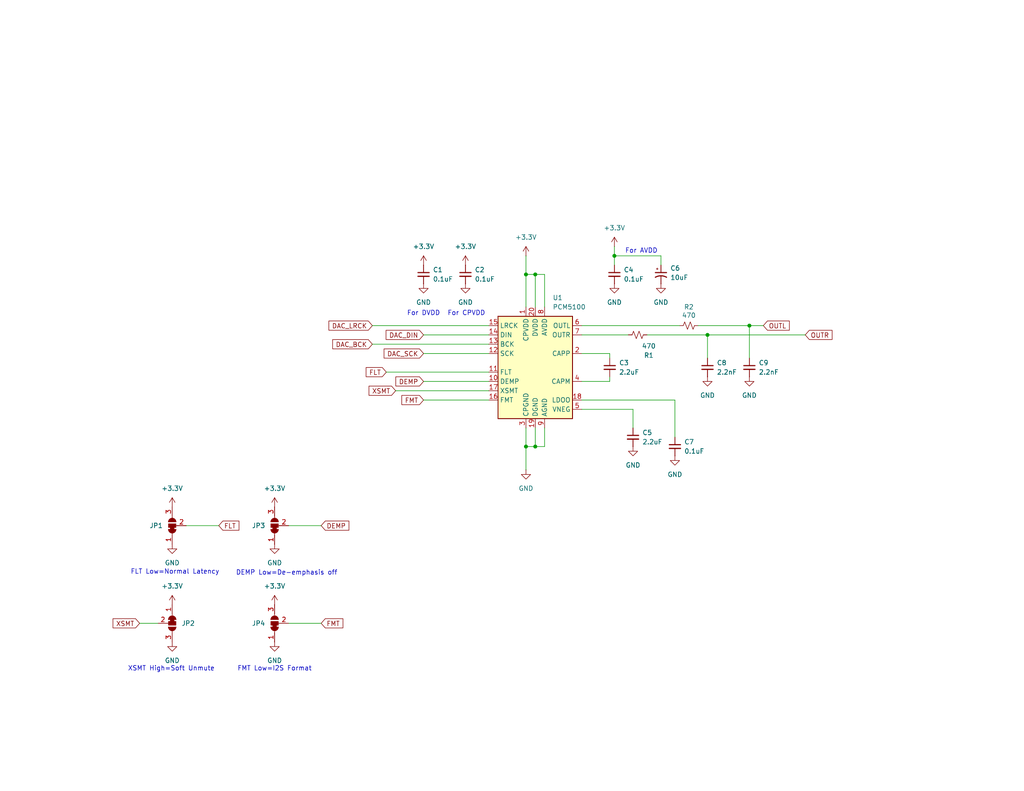
<source format=kicad_sch>
(kicad_sch (version 20231120) (generator "eeschema") (generator_version "8.0")
  (paper "USLetter")
  (title_block (title "Digital Audio Breakout Board") (date "2025-02-05") (rev "2") (company "Bruce MacKinnon KC1FSZ") (comment 1 "Copyright (C) 2025") (comment 2 "For amateur radio/non-commercial use only"))
  (lib_symbols
    (symbol "Audio:PCM5100"
      (property "Reference" "U" (at -10.16 13.97 0))
      (property "Value" "PCM5100" (at 3.81 13.97 0))
      (symbol "PCM5100_0_1"
        (rectangle (start -10.16 12.7) (end 10.16 -15.24) (stroke (width 0.254)) (fill (type background)))
      )
      (symbol "PCM5100_1_1"
        (pin passive line (at -2.54 15.24 270) (length 2.54) (name "CPVDD") (number "1"))
        (pin input line (at -12.7 -5.08 0) (length 2.54) (name "DEMP") (number "10"))
        (pin input line (at -12.7 -2.54 0) (length 2.54) (name "FLT") (number "11"))
        (pin input line (at -12.7 2.54 0) (length 2.54) (name "SCK") (number "12"))
        (pin input line (at -12.7 5.08 0) (length 2.54) (name "BCK") (number "13"))
        (pin input line (at -12.7 7.62 0) (length 2.54) (name "DIN") (number "14"))
        (pin input line (at -12.7 10.16 0) (length 2.54) (name "LRCK") (number "15"))
        (pin input line (at -12.7 -10.16 0) (length 2.54) (name "FMT") (number "16"))
        (pin input line (at -12.7 -7.62 0) (length 2.54) (name "XSMT") (number "17"))
        (pin passive line (at 12.7 -10.16 180) (length 2.54) (name "LDOO") (number "18"))
        (pin power_in line (at 0 -17.78 90) (length 2.54) (name "DGND") (number "19"))
        (pin passive line (at 12.7 2.54 180) (length 2.54) (name "CAPP") (number "2"))
        (pin power_in line (at 0 15.24 270) (length 2.54) (name "DVDD") (number "20"))
        (pin power_in line (at -2.54 -17.78 90) (length 2.54) (name "CPGND") (number "3"))
        (pin passive line (at 12.7 -5.08 180) (length 2.54) (name "CAPM") (number "4"))
        (pin passive line (at 12.7 -12.7 180) (length 2.54) (name "VNEG") (number "5"))
        (pin output line (at 12.7 10.16 180) (length 2.54) (name "OUTL") (number "6"))
        (pin output line (at 12.7 7.62 180) (length 2.54) (name "OUTR") (number "7"))
        (pin power_in line (at 2.54 15.24 270) (length 2.54) (name "AVDD") (number "8"))
        (pin power_in line (at 2.54 -17.78 90) (length 2.54) (name "AGND") (number "9"))
      )
    )
    (symbol "Device:C_Polarized_Small_US" (pin_numbers hide) (pin_names (offset 0.254) hide)
      (property "Reference" "C" (at 0.254 1.778 0))
      (property "Value" "C_Polarized_Small_US" (at 0.254 -2.032 0))
      (symbol "C_Polarized_Small_US_0_1"
        (polyline (pts (xy -1.524 0.508) (xy 1.524 0.508)) (stroke (width 0.3048)))
        (polyline (pts (xy -1.27 1.524) (xy -0.762 1.524)))
        (polyline (pts (xy -1.016 1.27) (xy -1.016 1.778)))
        (arc (start 1.524 -0.762) (mid 0 -0.3734) (end -1.524 -0.762) (stroke (width 0.3048)))
      )
      (symbol "C_Polarized_Small_US_1_1"
        (pin passive line (at 0 2.54 270) (length 2.032) (name "~") (number "1"))
        (pin passive line (at 0 -2.54 90) (length 2.032) (name "~") (number "2"))
      )
    )
    (symbol "Device:C_Small" (pin_numbers hide) (pin_names (offset 0.254) hide)
      (property "Reference" "C" (at 0.254 1.778 0))
      (property "Value" "C_Small" (at 0.254 -2.032 0))
      (symbol "C_Small_0_1"
        (polyline (pts (xy -1.524 -0.508) (xy 1.524 -0.508)) (stroke (width 0.3302)))
        (polyline (pts (xy -1.524 0.508) (xy 1.524 0.508)) (stroke (width 0.3048)))
      )
      (symbol "C_Small_1_1"
        (pin passive line (at 0 2.54 270) (length 2.032) (name "~") (number "1"))
        (pin passive line (at 0 -2.54 90) (length 2.032) (name "~") (number "2"))
      )
    )
    (symbol "Device:R_Small_US" (pin_numbers hide) (pin_names (offset 0.254) hide)
      (property "Reference" "R" (at 0.762 0.508 0))
      (property "Value" "R_Small_US" (at 0.762 -1.016 0))
      (symbol "R_Small_US_1_1"
        (polyline (pts (xy 0 0) (xy 1.016 -0.381) (xy 0 -0.762) (xy -1.016 -1.143) (xy 0 -1.524)))
        (polyline (pts (xy 0 1.524) (xy 1.016 1.143) (xy 0 0.762) (xy -1.016 0.381) (xy 0 0)))
        (pin passive line (at 0 2.54 270) (length 1.016) (name "~") (number "1"))
        (pin passive line (at 0 -2.54 90) (length 1.016) (name "~") (number "2"))
      )
    )
    (symbol "Jumper:SolderJumper_3_Bridged12" (pin_names (offset 0) hide) (exclude_from_sim yes) (in_bom no)
      (property "Reference" "JP" (at -2.54 -2.54 0))
      (property "Value" "SolderJumper_3_Bridged12" (at 0 2.794 0))
      (symbol "SolderJumper_3_Bridged12_0_1"
        (rectangle (start -1.016 0.508) (end -0.508 -0.508) (fill (type outline)))
        (arc (start -1.016 1.016) (mid -2.0276 0) (end -1.016 -1.016))
        (arc (start -1.016 1.016) (mid -2.0276 0) (end -1.016 -1.016) (fill (type outline)))
        (rectangle (start -0.508 1.016) (end 0.508 -1.016) (fill (type outline)))
        (polyline (pts (xy -2.54 0) (xy -2.032 0)))
        (polyline (pts (xy -1.016 1.016) (xy -1.016 -1.016)))
        (polyline (pts (xy 0 -1.27) (xy 0 -1.016)))
        (polyline (pts (xy 1.016 1.016) (xy 1.016 -1.016)))
        (polyline (pts (xy 2.54 0) (xy 2.032 0)))
        (arc (start 1.016 -1.016) (mid 2.0276 0) (end 1.016 1.016))
        (arc (start 1.016 -1.016) (mid 2.0276 0) (end 1.016 1.016) (fill (type outline)))
      )
      (symbol "SolderJumper_3_Bridged12_1_1"
        (pin passive line (at -5.08 0 0) (length 2.54) (name "A") (number "1"))
        (pin passive line (at 0 -3.81 90) (length 2.54) (name "C") (number "2"))
        (pin passive line (at 5.08 0 180) (length 2.54) (name "B") (number "3"))
      )
    )
    (symbol "power:+3.3V" (power) (pin_numbers hide) (pin_names (offset 0) hide)
      (property "Value" "+3.3V" (at 0 3.556 0))
      (symbol "+3.3V_0_1"
        (polyline (pts (xy -0.762 1.27) (xy 0 2.54)))
        (polyline (pts (xy 0 0) (xy 0 2.54)))
        (polyline (pts (xy 0 2.54) (xy 0.762 1.27)))
      )
      (symbol "+3.3V_1_1"
        (pin power_in line (at 0 0 90) (length 0) (name "~") (number "1"))
      )
    )
    (symbol "power:GND" (power) (pin_numbers hide) (pin_names (offset 0) hide)
      (property "Value" "GND" (at 0 -3.81 0))
      (symbol "GND_0_1"
        (polyline (pts (xy 0 0) (xy 0 -1.27) (xy 1.27 -1.27) (xy 0 -2.54) (xy -1.27 -1.27) (xy 0 -1.27)))
      )
      (symbol "GND_1_1"
        (pin power_in line (at 0 0 270) (length 0) (name "~") (number "1"))
      )
    )
  )
  (junction (at 143.51 121.92))
  (junction (at 204.47 88.9))
  (junction (at 146.05 74.93))
  (junction (at 146.05 121.92))
  (junction (at 167.64 69.85))
  (junction (at 143.51 74.93))
  (junction (at 193.04 91.44))
  (wire (pts (xy 204.47 88.9) (xy 208.28 88.9)))
  (wire (pts (xy 146.05 74.93) (xy 143.51 74.93)))
  (wire (pts (xy 193.04 91.44) (xy 219.71 91.44)))
  (wire (pts (xy 78.74 143.51) (xy 87.63 143.51)))
  (wire (pts (xy 158.75 88.9) (xy 185.42 88.9)))
  (wire (pts (xy 180.34 69.85) (xy 167.64 69.85)))
  (wire (pts (xy 115.57 96.52) (xy 133.35 96.52)))
  (wire (pts (xy 158.75 91.44) (xy 171.45 91.44)))
  (wire (pts (xy 115.57 91.44) (xy 133.35 91.44)))
  (wire (pts (xy 78.74 170.18) (xy 87.63 170.18)))
  (wire (pts (xy 143.51 69.85) (xy 143.51 74.93)))
  (wire (pts (xy 146.05 121.92) (xy 143.51 121.92)))
  (wire (pts (xy 115.57 109.22) (xy 133.35 109.22)))
  (wire (pts (xy 158.75 111.76) (xy 172.72 111.76)))
  (wire (pts (xy 184.15 109.22) (xy 184.15 119.38)))
  (wire (pts (xy 167.64 67.31) (xy 167.64 69.85)))
  (wire (pts (xy 146.05 83.82) (xy 146.05 74.93)))
  (wire (pts (xy 50.8 143.51) (xy 59.69 143.51)))
  (wire (pts (xy 148.59 121.92) (xy 146.05 121.92)))
  (wire (pts (xy 204.47 88.9) (xy 204.47 97.79)))
  (wire (pts (xy 172.72 111.76) (xy 172.72 116.84)))
  (wire (pts (xy 180.34 72.39) (xy 180.34 69.85)))
  (wire (pts (xy 143.51 121.92) (xy 143.51 128.27)))
  (wire (pts (xy 146.05 116.84) (xy 146.05 121.92)))
  (wire (pts (xy 143.51 74.93) (xy 143.51 83.82)))
  (wire (pts (xy 190.5 88.9) (xy 204.47 88.9)))
  (wire (pts (xy 158.75 109.22) (xy 184.15 109.22)))
  (wire (pts (xy 193.04 91.44) (xy 193.04 97.79)))
  (wire (pts (xy 167.64 69.85) (xy 167.64 72.39)))
  (wire (pts (xy 166.37 96.52) (xy 166.37 97.79)))
  (wire (pts (xy 107.95 106.68) (xy 133.35 106.68)))
  (wire (pts (xy 38.1 170.18) (xy 43.18 170.18)))
  (wire (pts (xy 143.51 116.84) (xy 143.51 121.92)))
  (wire (pts (xy 101.6 88.9) (xy 133.35 88.9)))
  (wire (pts (xy 158.75 104.14) (xy 166.37 104.14)))
  (wire (pts (xy 158.75 96.52) (xy 166.37 96.52)))
  (wire (pts (xy 148.59 83.82) (xy 148.59 74.93)))
  (wire (pts (xy 148.59 74.93) (xy 146.05 74.93)))
  (wire (pts (xy 105.41 101.6) (xy 133.35 101.6)))
  (wire (pts (xy 101.6 93.98) (xy 133.35 93.98)))
  (wire (pts (xy 115.57 104.14) (xy 133.35 104.14)))
  (wire (pts (xy 176.53 91.44) (xy 193.04 91.44)))
  (wire (pts (xy 148.59 116.84) (xy 148.59 121.92)))
  (wire (pts (xy 166.37 104.14) (xy 166.37 102.87)))
  (text "FLT Low=Normal Latency" (at 47.752 156.21 0) (effects (font (size 1.27 1.27))))
  (text "For CPVDD" (at 127.254 85.598 0) (effects (font (size 1.27 1.27))))
  (text "For DVDD" (at 115.57 85.598 0) (effects (font (size 1.27 1.27))))
  (text "DEMP Low=De-emphasis off" (at 78.232 156.464 0) (effects (font (size 1.27 1.27))))
  (text "XSMT High=Soft Unmute" (at 46.736 182.626 0) (effects (font (size 1.27 1.27))))
  (text "For AVDD" (at 175.006 68.58 0) (effects (font (size 1.27 1.27))))
  (text "FMT Low=I2S Format" (at 74.93 182.626 0) (effects (font (size 1.27 1.27))))
  (global_label "FMT" (shape input) (at 87.63 170.18 0) (property "Intersheetrefs" "${INTERSHEET_REFS}" (effects (hide yes))))
  (global_label "XSMT" (shape input) (at 38.1 170.18 180) (property "Intersheetrefs" "${INTERSHEET_REFS}" (effects (hide yes))))
  (global_label "OUTL" (shape input) (at 208.28 88.9 0) (property "Intersheetrefs" "${INTERSHEET_REFS}" (effects (hide yes))))
  (global_label "FLT" (shape input) (at 105.41 101.6 180) (property "Intersheetrefs" "${INTERSHEET_REFS}" (effects (hide yes))))
  (global_label "FLT" (shape input) (at 59.69 143.51 0) (property "Intersheetrefs" "${INTERSHEET_REFS}" (effects (hide yes))))
  (global_label "DEMP" (shape input) (at 115.57 104.14 180) (property "Intersheetrefs" "${INTERSHEET_REFS}" (effects (hide yes))))
  (global_label "DEMP" (shape input) (at 87.63 143.51 0) (property "Intersheetrefs" "${INTERSHEET_REFS}" (effects (hide yes))))
  (global_label "OUTR" (shape input) (at 219.71 91.44 0) (property "Intersheetrefs" "${INTERSHEET_REFS}" (effects (hide yes))))
  (global_label "FMT" (shape input) (at 115.57 109.22 180) (property "Intersheetrefs" "${INTERSHEET_REFS}" (effects (hide yes))))
  (global_label "DAC_DIN" (shape input) (at 115.57 91.44 180) (property "Intersheetrefs" "${INTERSHEET_REFS}" (effects (hide yes))))
  (global_label "XSMT" (shape input) (at 107.95 106.68 180) (property "Intersheetrefs" "${INTERSHEET_REFS}" (effects (hide yes))))
  (global_label "DAC_SCK" (shape input) (at 115.57 96.52 180) (property "Intersheetrefs" "${INTERSHEET_REFS}" (effects (hide yes))))
  (global_label "DAC_LRCK" (shape input) (at 101.6 88.9 180) (property "Intersheetrefs" "${INTERSHEET_REFS}" (effects (hide yes))))
  (global_label "DAC_BCK" (shape input) (at 101.6 93.98 180) (property "Intersheetrefs" "${INTERSHEET_REFS}" (effects (hide yes))))
  (symbol (lib_id "Device:R_Small_US") (at 187.96 88.9 270) (unit 1)
    (property "Reference" "R2" (at 187.96 83.82 90))
    (property "Value" "470" (at 187.96 86.106 90))
    (property "Footprint" "Resistor_SMD:R_0805_2012Metric_Pad1.20x1.40mm_HandSolder" (effects (hide yes)))
    (property "Description" "Resistor, small US symbol" (effects (hide yes)))
  )
  (symbol (lib_id "power:GND") (at 46.99 148.59 0) (unit 1)
    (property "Reference" "#PWR015" (effects (hide yes)))
    (property "Value" "GND" (at 46.99 153.67 0))
    (property "Description" "Power symbol creates a global label with name \"GND\" , ground" (effects (hide yes)))
  )
  (symbol (lib_id "Device:C_Small") (at 204.47 100.33 0) (unit 1)
    (property "Reference" "C9" (at 207.01 99.0662 0) (effects (justify left)))
    (property "Value" "2.2nF" (at 207.01 101.6062 0) (effects (justify left)))
    (property "Footprint" "Capacitor_SMD:C_0805_2012Metric_Pad1.18x1.45mm_HandSolder" (effects (hide yes)))
    (property "Description" "Unpolarized capacitor, small symbol" (effects (hide yes)))
  )
  (symbol (lib_id "power:GND") (at 74.93 148.59 0) (unit 1)
    (property "Reference" "#PWR019" (effects (hide yes)))
    (property "Value" "GND" (at 74.93 153.67 0))
    (property "Description" "Power symbol creates a global label with name \"GND\" , ground" (effects (hide yes)))
  )
  (symbol (lib_id "power:GND") (at 204.47 102.87 0) (unit 1)
    (property "Reference" "#PWR023" (effects (hide yes)))
    (property "Value" "GND" (at 204.47 107.95 0))
    (property "Description" "Power symbol creates a global label with name \"GND\" , ground" (effects (hide yes)))
  )
  (symbol (lib_id "Jumper:SolderJumper_3_Bridged12") (at 46.99 170.18 270) (unit 1) (exclude_from_sim yes) (in_bom no)
    (property "Reference" "JP2" (at 49.53 170.1799 90) (effects (justify left)))
    (property "Value" "SolderJumper_3_Bridged12" (effects (hide yes)))
    (property "Footprint" "Jumper:SolderJumper-3_P1.3mm_Bridged12_Pad1.0x1.5mm" (effects (hide yes)))
    (property "Description" "3-pole Solder Jumper, pins 1+2 closed/bridged" (effects (hide yes)))
  )
  (symbol (lib_id "Device:C_Small") (at 184.15 121.92 0) (unit 1)
    (property "Reference" "C7" (at 186.69 120.6562 0) (effects (justify left)))
    (property "Value" "0.1uF" (at 186.69 123.1962 0) (effects (justify left)))
    (property "Footprint" "Capacitor_SMD:C_0805_2012Metric_Pad1.18x1.45mm_HandSolder" (effects (hide yes)))
    (property "Description" "Unpolarized capacitor, small symbol" (effects (hide yes)))
  )
  (symbol (lib_id "Jumper:SolderJumper_3_Bridged12") (at 46.99 143.51 90) (unit 1) (exclude_from_sim yes) (in_bom no)
    (property "Reference" "JP1" (at 44.45 143.5099 90) (effects (justify left)))
    (property "Value" "SolderJumper_3_Bridged12" (effects (hide yes)))
    (property "Footprint" "Jumper:SolderJumper-3_P1.3mm_Bridged12_Pad1.0x1.5mm" (effects (hide yes)))
    (property "Description" "3-pole Solder Jumper, pins 1+2 closed/bridged" (effects (hide yes)))
  )
  (symbol (lib_id "power:GND") (at 180.34 77.47 0) (unit 1)
    (property "Reference" "#PWR012" (effects (hide yes)))
    (property "Value" "GND" (at 180.34 82.55 0))
    (property "Description" "Power symbol creates a global label with name \"GND\" , ground" (effects (hide yes)))
  )
  (symbol (lib_id "power:+3.3V") (at 74.93 138.43 0) (unit 1)
    (property "Reference" "#PWR018" (effects (hide yes)))
    (property "Value" "+3.3V" (at 74.93 133.35 0))
    (property "Description" "Power symbol creates a global label with name \"+3.3V\"" (effects (hide yes)))
  )
  (symbol (lib_id "power:GND") (at 115.57 77.47 0) (unit 1)
    (property "Reference" "#PWR04" (effects (hide yes)))
    (property "Value" "GND" (at 115.57 82.55 0))
    (property "Description" "Power symbol creates a global label with name \"GND\" , ground" (effects (hide yes)))
  )
  (symbol (lib_id "Device:C_Small") (at 115.57 74.93 0) (unit 1)
    (property "Reference" "C1" (at 118.11 73.6662 0) (effects (justify left)))
    (property "Value" "0.1uF" (at 118.11 76.2062 0) (effects (justify left)))
    (property "Footprint" "Capacitor_SMD:C_0805_2012Metric_Pad1.18x1.45mm_HandSolder" (effects (hide yes)))
    (property "Description" "Unpolarized capacitor, small symbol" (effects (hide yes)))
  )
  (symbol (lib_id "power:+3.3V") (at 46.99 165.1 0) (unit 1)
    (property "Reference" "#PWR016" (effects (hide yes)))
    (property "Value" "+3.3V" (at 46.99 160.02 0))
    (property "Description" "Power symbol creates a global label with name \"+3.3V\"" (effects (hide yes)))
  )
  (symbol (lib_id "Device:C_Small") (at 167.64 74.93 0) (unit 1)
    (property "Reference" "C4" (at 170.18 73.6662 0) (effects (justify left)))
    (property "Value" "0.1uF" (at 170.18 76.2062 0) (effects (justify left)))
    (property "Footprint" "Capacitor_SMD:C_0805_2012Metric_Pad1.18x1.45mm_HandSolder" (effects (hide yes)))
    (property "Description" "Unpolarized capacitor, small symbol" (effects (hide yes)))
  )
  (symbol (lib_id "Audio:PCM5100") (at 146.05 99.06 0) (unit 1)
    (property "Reference" "U1" (at 150.7841 81.28 0) (effects (justify left)))
    (property "Value" "PCM5100" (at 150.7841 83.82 0) (effects (justify left)))
    (property "Footprint" "Package_SO:TSSOP-20_4.4x6.5mm_P0.65mm" (effects (hide yes)))
    (property "Datasheet" "http://www.ti.com/lit/ds/symlink/pcm5100.pdf" (effects (hide yes)))
    (property "Description" "2VRMS DirectPath, 100dB Audio Stereo DAC with 32-bit, 384kHz PCM Interface, TSSOP-20" (effects (hide yes)))
  )
  (symbol (lib_id "power:GND") (at 74.93 175.26 0) (unit 1)
    (property "Reference" "#PWR021" (effects (hide yes)))
    (property "Value" "GND" (at 74.93 180.34 0))
    (property "Description" "Power symbol creates a global label with name \"GND\" , ground" (effects (hide yes)))
  )
  (symbol (lib_id "power:GND") (at 143.51 128.27 0) (unit 1)
    (property "Reference" "#PWR08" (effects (hide yes)))
    (property "Value" "GND" (at 143.51 133.35 0))
    (property "Description" "Power symbol creates a global label with name \"GND\" , ground" (effects (hide yes)))
  )
  (symbol (lib_id "Device:C_Polarized_Small_US") (at 180.34 74.93 0) (unit 1)
    (property "Reference" "C6" (at 182.88 73.2281 0) (effects (justify left)))
    (property "Value" "10uF" (at 182.88 75.7681 0) (effects (justify left)))
    (property "Footprint" "Capacitor_THT:CP_Radial_D4.0mm_P2.00mm" (effects (hide yes)))
    (property "Description" "Polarized capacitor, small US symbol" (effects (hide yes)))
  )
  (symbol (lib_id "power:+3.3V") (at 143.51 69.85 0) (unit 1)
    (property "Reference" "#PWR07" (effects (hide yes)))
    (property "Value" "+3.3V" (at 143.51 64.77 0))
    (property "Description" "Power symbol creates a global label with name \"+3.3V\"" (effects (hide yes)))
  )
  (symbol (lib_id "Device:C_Small") (at 172.72 119.38 0) (unit 1)
    (property "Reference" "C5" (at 175.26 118.1162 0) (effects (justify left)))
    (property "Value" "2.2uF" (at 175.26 120.6562 0) (effects (justify left)))
    (property "Footprint" "Capacitor_SMD:C_0805_2012Metric_Pad1.18x1.45mm_HandSolder" (effects (hide yes)))
    (property "Description" "Unpolarized capacitor, small symbol" (effects (hide yes)))
  )
  (symbol (lib_id "power:GND") (at 127 77.47 0) (unit 1)
    (property "Reference" "#PWR06" (effects (hide yes)))
    (property "Value" "GND" (at 127 82.55 0))
    (property "Description" "Power symbol creates a global label with name \"GND\" , ground" (effects (hide yes)))
  )
  (symbol (lib_id "Jumper:SolderJumper_3_Bridged12") (at 74.93 143.51 90) (unit 1) (exclude_from_sim yes) (in_bom no)
    (property "Reference" "JP3" (at 72.39 143.5099 90) (effects (justify left)))
    (property "Value" "SolderJumper_3_Bridged12" (effects (hide yes)))
    (property "Footprint" "Jumper:SolderJumper-3_P1.3mm_Bridged12_Pad1.0x1.5mm" (effects (hide yes)))
    (property "Description" "3-pole Solder Jumper, pins 1+2 closed/bridged" (effects (hide yes)))
  )
  (symbol (lib_id "Device:C_Small") (at 193.04 100.33 0) (unit 1)
    (property "Reference" "C8" (at 195.58 99.0662 0) (effects (justify left)))
    (property "Value" "2.2nF" (at 195.58 101.6062 0) (effects (justify left)))
    (property "Footprint" "Capacitor_SMD:C_0805_2012Metric_Pad1.18x1.45mm_HandSolder" (effects (hide yes)))
    (property "Description" "Unpolarized capacitor, small symbol" (effects (hide yes)))
  )
  (symbol (lib_id "power:GND") (at 172.72 121.92 0) (unit 1)
    (property "Reference" "#PWR011" (effects (hide yes)))
    (property "Value" "GND" (at 172.72 127 0))
    (property "Description" "Power symbol creates a global label with name \"GND\" , ground" (effects (hide yes)))
  )
  (symbol (lib_id "power:GND") (at 46.99 175.26 0) (unit 1)
    (property "Reference" "#PWR017" (effects (hide yes)))
    (property "Value" "GND" (at 46.99 180.34 0))
    (property "Description" "Power symbol creates a global label with name \"GND\" , ground" (effects (hide yes)))
  )
  (symbol (lib_id "power:+3.3V") (at 46.99 138.43 0) (unit 1)
    (property "Reference" "#PWR014" (effects (hide yes)))
    (property "Value" "+3.3V" (at 46.99 133.35 0))
    (property "Description" "Power symbol creates a global label with name \"+3.3V\"" (effects (hide yes)))
  )
  (symbol (lib_id "power:GND") (at 167.64 77.47 0) (unit 1)
    (property "Reference" "#PWR010" (effects (hide yes)))
    (property "Value" "GND" (at 167.64 82.55 0))
    (property "Description" "Power symbol creates a global label with name \"GND\" , ground" (effects (hide yes)))
  )
  (symbol (lib_id "Device:C_Small") (at 166.37 100.33 0) (unit 1)
    (property "Reference" "C3" (at 168.91 99.0662 0) (effects (justify left)))
    (property "Value" "2.2uF" (at 168.91 101.6062 0) (effects (justify left)))
    (property "Footprint" "Capacitor_SMD:C_0805_2012Metric_Pad1.18x1.45mm_HandSolder" (effects (hide yes)))
    (property "Description" "Unpolarized capacitor, small symbol" (effects (hide yes)))
  )
  (symbol (lib_id "Device:R_Small_US") (at 173.99 91.44 270) (unit 1)
    (property "Reference" "R1" (at 177.038 97.028 90))
    (property "Value" "470" (at 177.038 94.488 90))
    (property "Footprint" "Resistor_SMD:R_0805_2012Metric_Pad1.20x1.40mm_HandSolder" (effects (hide yes)))
    (property "Description" "Resistor, small US symbol" (effects (hide yes)))
  )
  (symbol (lib_id "power:+3.3V") (at 167.64 67.31 0) (unit 1)
    (property "Reference" "#PWR09" (effects (hide yes)))
    (property "Value" "+3.3V" (at 167.64 62.23 0))
    (property "Description" "Power symbol creates a global label with name \"+3.3V\"" (effects (hide yes)))
  )
  (symbol (lib_id "power:GND") (at 184.15 124.46 0) (unit 1)
    (property "Reference" "#PWR013" (effects (hide yes)))
    (property "Value" "GND" (at 184.15 129.54 0))
    (property "Description" "Power symbol creates a global label with name \"GND\" , ground" (effects (hide yes)))
  )
  (symbol (lib_id "power:GND") (at 193.04 102.87 0) (unit 1)
    (property "Reference" "#PWR022" (effects (hide yes)))
    (property "Value" "GND" (at 193.04 107.95 0))
    (property "Description" "Power symbol creates a global label with name \"GND\" , ground" (effects (hide yes)))
  )
  (symbol (lib_id "Jumper:SolderJumper_3_Bridged12") (at 74.93 170.18 90) (unit 1) (exclude_from_sim yes) (in_bom no)
    (property "Reference" "JP4" (at 72.39 170.1799 90) (effects (justify left)))
    (property "Value" "SolderJumper_3_Bridged12" (effects (hide yes)))
    (property "Footprint" "Jumper:SolderJumper-3_P1.3mm_Bridged12_Pad1.0x1.5mm" (effects (hide yes)))
    (property "Description" "3-pole Solder Jumper, pins 1+2 closed/bridged" (effects (hide yes)))
  )
  (symbol (lib_id "power:+3.3V") (at 74.93 165.1 0) (unit 1)
    (property "Reference" "#PWR020" (effects (hide yes)))
    (property "Value" "+3.3V" (at 74.93 160.02 0))
    (property "Description" "Power symbol creates a global label with name \"+3.3V\"" (effects (hide yes)))
  )
  (symbol (lib_id "Device:C_Small") (at 127 74.93 0) (unit 1)
    (property "Reference" "C2" (at 129.54 73.6662 0) (effects (justify left)))
    (property "Value" "0.1uF" (at 129.54 76.2062 0) (effects (justify left)))
    (property "Footprint" "Capacitor_SMD:C_0805_2012Metric_Pad1.18x1.45mm_HandSolder" (effects (hide yes)))
    (property "Description" "Unpolarized capacitor, small symbol" (effects (hide yes)))
  )
  (symbol (lib_id "power:+3.3V") (at 115.57 72.39 0) (unit 1)
    (property "Reference" "#PWR03" (effects (hide yes)))
    (property "Value" "+3.3V" (at 115.57 67.31 0))
    (property "Description" "Power symbol creates a global label with name \"+3.3V\"" (effects (hide yes)))
  )
  (symbol (lib_id "power:+3.3V") (at 127 72.39 0) (unit 1)
    (property "Reference" "#PWR05" (effects (hide yes)))
    (property "Value" "+3.3V" (at 127 67.31 0))
    (property "Description" "Power symbol creates a global label with name \"+3.3V\"" (effects (hide yes)))
  )
)
</source>
